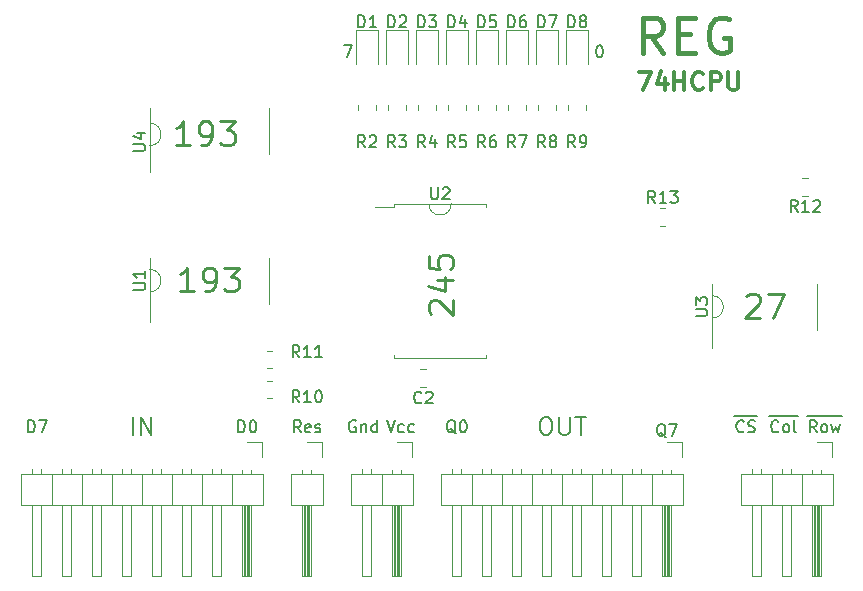
<source format=gbr>
G04 #@! TF.GenerationSoftware,KiCad,Pcbnew,(5.1.8)-1*
G04 #@! TF.CreationDate,2024-01-21T21:12:21+03:00*
G04 #@! TF.ProjectId,Reg,5265672e-6b69-4636-9164-5f7063625858,rev?*
G04 #@! TF.SameCoordinates,Original*
G04 #@! TF.FileFunction,Legend,Top*
G04 #@! TF.FilePolarity,Positive*
%FSLAX46Y46*%
G04 Gerber Fmt 4.6, Leading zero omitted, Abs format (unit mm)*
G04 Created by KiCad (PCBNEW (5.1.8)-1) date 2024-01-21 21:12:21*
%MOMM*%
%LPD*%
G01*
G04 APERTURE LIST*
%ADD10C,0.300000*%
%ADD11C,0.200000*%
%ADD12C,0.250000*%
%ADD13C,0.400000*%
%ADD14C,0.150000*%
%ADD15C,0.120000*%
G04 APERTURE END LIST*
D10*
X104299285Y-20768571D02*
X105299285Y-20768571D01*
X104656428Y-22268571D01*
X106513571Y-21268571D02*
X106513571Y-22268571D01*
X106156428Y-20697142D02*
X105799285Y-21768571D01*
X106727857Y-21768571D01*
X107299285Y-22268571D02*
X107299285Y-20768571D01*
X107299285Y-21482857D02*
X108156428Y-21482857D01*
X108156428Y-22268571D02*
X108156428Y-20768571D01*
X109727857Y-22125714D02*
X109656428Y-22197142D01*
X109442142Y-22268571D01*
X109299285Y-22268571D01*
X109085000Y-22197142D01*
X108942142Y-22054285D01*
X108870714Y-21911428D01*
X108799285Y-21625714D01*
X108799285Y-21411428D01*
X108870714Y-21125714D01*
X108942142Y-20982857D01*
X109085000Y-20840000D01*
X109299285Y-20768571D01*
X109442142Y-20768571D01*
X109656428Y-20840000D01*
X109727857Y-20911428D01*
X110370714Y-22268571D02*
X110370714Y-20768571D01*
X110942142Y-20768571D01*
X111085000Y-20840000D01*
X111156428Y-20911428D01*
X111227857Y-21054285D01*
X111227857Y-21268571D01*
X111156428Y-21411428D01*
X111085000Y-21482857D01*
X110942142Y-21554285D01*
X110370714Y-21554285D01*
X111870714Y-20768571D02*
X111870714Y-21982857D01*
X111942142Y-22125714D01*
X112013571Y-22197142D01*
X112156428Y-22268571D01*
X112442142Y-22268571D01*
X112585000Y-22197142D01*
X112656428Y-22125714D01*
X112727857Y-21982857D01*
X112727857Y-20768571D01*
D11*
X96290000Y-49978571D02*
X96575714Y-49978571D01*
X96718571Y-50050000D01*
X96861428Y-50192857D01*
X96932857Y-50478571D01*
X96932857Y-50978571D01*
X96861428Y-51264285D01*
X96718571Y-51407142D01*
X96575714Y-51478571D01*
X96290000Y-51478571D01*
X96147142Y-51407142D01*
X96004285Y-51264285D01*
X95932857Y-50978571D01*
X95932857Y-50478571D01*
X96004285Y-50192857D01*
X96147142Y-50050000D01*
X96290000Y-49978571D01*
X97575714Y-49978571D02*
X97575714Y-51192857D01*
X97647142Y-51335714D01*
X97718571Y-51407142D01*
X97861428Y-51478571D01*
X98147142Y-51478571D01*
X98290000Y-51407142D01*
X98361428Y-51335714D01*
X98432857Y-51192857D01*
X98432857Y-49978571D01*
X98932857Y-49978571D02*
X99790000Y-49978571D01*
X99361428Y-51478571D02*
X99361428Y-49978571D01*
X61444285Y-51478571D02*
X61444285Y-49978571D01*
X62158571Y-51478571D02*
X62158571Y-49978571D01*
X63015714Y-51478571D01*
X63015714Y-49978571D01*
D12*
X66294166Y-26939761D02*
X65151309Y-26939761D01*
X65722738Y-26939761D02*
X65722738Y-24939761D01*
X65532261Y-25225476D01*
X65341785Y-25415952D01*
X65151309Y-25511190D01*
X67246547Y-26939761D02*
X67627500Y-26939761D01*
X67817976Y-26844523D01*
X67913214Y-26749285D01*
X68103690Y-26463571D01*
X68198928Y-26082619D01*
X68198928Y-25320714D01*
X68103690Y-25130238D01*
X68008452Y-25035000D01*
X67817976Y-24939761D01*
X67437023Y-24939761D01*
X67246547Y-25035000D01*
X67151309Y-25130238D01*
X67056071Y-25320714D01*
X67056071Y-25796904D01*
X67151309Y-25987380D01*
X67246547Y-26082619D01*
X67437023Y-26177857D01*
X67817976Y-26177857D01*
X68008452Y-26082619D01*
X68103690Y-25987380D01*
X68198928Y-25796904D01*
X68865595Y-24939761D02*
X70103690Y-24939761D01*
X69437023Y-25701666D01*
X69722738Y-25701666D01*
X69913214Y-25796904D01*
X70008452Y-25892142D01*
X70103690Y-26082619D01*
X70103690Y-26558809D01*
X70008452Y-26749285D01*
X69913214Y-26844523D01*
X69722738Y-26939761D01*
X69151309Y-26939761D01*
X68960833Y-26844523D01*
X68865595Y-26749285D01*
X66611666Y-39322261D02*
X65468809Y-39322261D01*
X66040238Y-39322261D02*
X66040238Y-37322261D01*
X65849761Y-37607976D01*
X65659285Y-37798452D01*
X65468809Y-37893690D01*
X67564047Y-39322261D02*
X67945000Y-39322261D01*
X68135476Y-39227023D01*
X68230714Y-39131785D01*
X68421190Y-38846071D01*
X68516428Y-38465119D01*
X68516428Y-37703214D01*
X68421190Y-37512738D01*
X68325952Y-37417500D01*
X68135476Y-37322261D01*
X67754523Y-37322261D01*
X67564047Y-37417500D01*
X67468809Y-37512738D01*
X67373571Y-37703214D01*
X67373571Y-38179404D01*
X67468809Y-38369880D01*
X67564047Y-38465119D01*
X67754523Y-38560357D01*
X68135476Y-38560357D01*
X68325952Y-38465119D01*
X68421190Y-38369880D01*
X68516428Y-38179404D01*
X69183095Y-37322261D02*
X70421190Y-37322261D01*
X69754523Y-38084166D01*
X70040238Y-38084166D01*
X70230714Y-38179404D01*
X70325952Y-38274642D01*
X70421190Y-38465119D01*
X70421190Y-38941309D01*
X70325952Y-39131785D01*
X70230714Y-39227023D01*
X70040238Y-39322261D01*
X69468809Y-39322261D01*
X69278333Y-39227023D01*
X69183095Y-39131785D01*
X86725238Y-41211190D02*
X86630000Y-41115952D01*
X86534761Y-40925476D01*
X86534761Y-40449285D01*
X86630000Y-40258809D01*
X86725238Y-40163571D01*
X86915714Y-40068333D01*
X87106190Y-40068333D01*
X87391904Y-40163571D01*
X88534761Y-41306428D01*
X88534761Y-40068333D01*
X87201428Y-38354047D02*
X88534761Y-38354047D01*
X86439523Y-38830238D02*
X87868095Y-39306428D01*
X87868095Y-38068333D01*
X86534761Y-36354047D02*
X86534761Y-37306428D01*
X87487142Y-37401666D01*
X87391904Y-37306428D01*
X87296666Y-37115952D01*
X87296666Y-36639761D01*
X87391904Y-36449285D01*
X87487142Y-36354047D01*
X87677619Y-36258809D01*
X88153809Y-36258809D01*
X88344285Y-36354047D01*
X88439523Y-36449285D01*
X88534761Y-36639761D01*
X88534761Y-37115952D01*
X88439523Y-37306428D01*
X88344285Y-37401666D01*
X113411190Y-39735238D02*
X113506428Y-39640000D01*
X113696904Y-39544761D01*
X114173095Y-39544761D01*
X114363571Y-39640000D01*
X114458809Y-39735238D01*
X114554047Y-39925714D01*
X114554047Y-40116190D01*
X114458809Y-40401904D01*
X113315952Y-41544761D01*
X114554047Y-41544761D01*
X115220714Y-39544761D02*
X116554047Y-39544761D01*
X115696904Y-41544761D01*
D13*
X106338928Y-19137142D02*
X105338928Y-17708571D01*
X104624642Y-19137142D02*
X104624642Y-16137142D01*
X105767500Y-16137142D01*
X106053214Y-16280000D01*
X106196071Y-16422857D01*
X106338928Y-16708571D01*
X106338928Y-17137142D01*
X106196071Y-17422857D01*
X106053214Y-17565714D01*
X105767500Y-17708571D01*
X104624642Y-17708571D01*
X107624642Y-17565714D02*
X108624642Y-17565714D01*
X109053214Y-19137142D02*
X107624642Y-19137142D01*
X107624642Y-16137142D01*
X109053214Y-16137142D01*
X111910357Y-16280000D02*
X111624642Y-16137142D01*
X111196071Y-16137142D01*
X110767500Y-16280000D01*
X110481785Y-16565714D01*
X110338928Y-16851428D01*
X110196071Y-17422857D01*
X110196071Y-17851428D01*
X110338928Y-18422857D01*
X110481785Y-18708571D01*
X110767500Y-18994285D01*
X111196071Y-19137142D01*
X111481785Y-19137142D01*
X111910357Y-18994285D01*
X112053214Y-18851428D01*
X112053214Y-17851428D01*
X111481785Y-17851428D01*
D14*
X75676190Y-51252380D02*
X75342857Y-50776190D01*
X75104761Y-51252380D02*
X75104761Y-50252380D01*
X75485714Y-50252380D01*
X75580952Y-50300000D01*
X75628571Y-50347619D01*
X75676190Y-50442857D01*
X75676190Y-50585714D01*
X75628571Y-50680952D01*
X75580952Y-50728571D01*
X75485714Y-50776190D01*
X75104761Y-50776190D01*
X76485714Y-51204761D02*
X76390476Y-51252380D01*
X76200000Y-51252380D01*
X76104761Y-51204761D01*
X76057142Y-51109523D01*
X76057142Y-50728571D01*
X76104761Y-50633333D01*
X76200000Y-50585714D01*
X76390476Y-50585714D01*
X76485714Y-50633333D01*
X76533333Y-50728571D01*
X76533333Y-50823809D01*
X76057142Y-50919047D01*
X76914285Y-51204761D02*
X77009523Y-51252380D01*
X77200000Y-51252380D01*
X77295238Y-51204761D01*
X77342857Y-51109523D01*
X77342857Y-51061904D01*
X77295238Y-50966666D01*
X77200000Y-50919047D01*
X77057142Y-50919047D01*
X76961904Y-50871428D01*
X76914285Y-50776190D01*
X76914285Y-50728571D01*
X76961904Y-50633333D01*
X77057142Y-50585714D01*
X77200000Y-50585714D01*
X77295238Y-50633333D01*
D15*
X88420000Y-31907500D02*
G75*
G02*
X86515000Y-31907500I-952500J0D01*
G01*
X62885000Y-37465000D02*
G75*
G02*
X62885000Y-39370000I0J-952500D01*
G01*
D14*
X79359166Y-18502380D02*
X80025833Y-18502380D01*
X79597261Y-19502380D01*
X100917380Y-18502380D02*
X101012619Y-18502380D01*
X101107857Y-18550000D01*
X101155476Y-18597619D01*
X101203095Y-18692857D01*
X101250714Y-18883333D01*
X101250714Y-19121428D01*
X101203095Y-19311904D01*
X101155476Y-19407142D01*
X101107857Y-19454761D01*
X101012619Y-19502380D01*
X100917380Y-19502380D01*
X100822142Y-19454761D01*
X100774523Y-19407142D01*
X100726904Y-19311904D01*
X100679285Y-19121428D01*
X100679285Y-18883333D01*
X100726904Y-18692857D01*
X100774523Y-18597619D01*
X100822142Y-18550000D01*
X100917380Y-18502380D01*
D15*
X110500000Y-39687500D02*
G75*
G02*
X110500000Y-41592500I0J-952500D01*
G01*
X62885000Y-25082500D02*
G75*
G02*
X62885000Y-26987500I0J-952500D01*
G01*
D14*
X118538809Y-49885000D02*
X119538809Y-49885000D01*
X119348333Y-51252380D02*
X119015000Y-50776190D01*
X118776904Y-51252380D02*
X118776904Y-50252380D01*
X119157857Y-50252380D01*
X119253095Y-50300000D01*
X119300714Y-50347619D01*
X119348333Y-50442857D01*
X119348333Y-50585714D01*
X119300714Y-50680952D01*
X119253095Y-50728571D01*
X119157857Y-50776190D01*
X118776904Y-50776190D01*
X119538809Y-49885000D02*
X120443571Y-49885000D01*
X119919761Y-51252380D02*
X119824523Y-51204761D01*
X119776904Y-51157142D01*
X119729285Y-51061904D01*
X119729285Y-50776190D01*
X119776904Y-50680952D01*
X119824523Y-50633333D01*
X119919761Y-50585714D01*
X120062619Y-50585714D01*
X120157857Y-50633333D01*
X120205476Y-50680952D01*
X120253095Y-50776190D01*
X120253095Y-51061904D01*
X120205476Y-51157142D01*
X120157857Y-51204761D01*
X120062619Y-51252380D01*
X119919761Y-51252380D01*
X120443571Y-49885000D02*
X121491190Y-49885000D01*
X120586428Y-50585714D02*
X120776904Y-51252380D01*
X120967380Y-50776190D01*
X121157857Y-51252380D01*
X121348333Y-50585714D01*
X115308214Y-49885000D02*
X116308214Y-49885000D01*
X116117738Y-51157142D02*
X116070119Y-51204761D01*
X115927261Y-51252380D01*
X115832023Y-51252380D01*
X115689166Y-51204761D01*
X115593928Y-51109523D01*
X115546309Y-51014285D01*
X115498690Y-50823809D01*
X115498690Y-50680952D01*
X115546309Y-50490476D01*
X115593928Y-50395238D01*
X115689166Y-50300000D01*
X115832023Y-50252380D01*
X115927261Y-50252380D01*
X116070119Y-50300000D01*
X116117738Y-50347619D01*
X116308214Y-49885000D02*
X117212976Y-49885000D01*
X116689166Y-51252380D02*
X116593928Y-51204761D01*
X116546309Y-51157142D01*
X116498690Y-51061904D01*
X116498690Y-50776190D01*
X116546309Y-50680952D01*
X116593928Y-50633333D01*
X116689166Y-50585714D01*
X116832023Y-50585714D01*
X116927261Y-50633333D01*
X116974880Y-50680952D01*
X117022500Y-50776190D01*
X117022500Y-51061904D01*
X116974880Y-51157142D01*
X116927261Y-51204761D01*
X116832023Y-51252380D01*
X116689166Y-51252380D01*
X117212976Y-49885000D02*
X117736785Y-49885000D01*
X117593928Y-51252380D02*
X117498690Y-51204761D01*
X117451071Y-51109523D01*
X117451071Y-50252380D01*
X112371309Y-49885000D02*
X113371309Y-49885000D01*
X113180833Y-51157142D02*
X113133214Y-51204761D01*
X112990357Y-51252380D01*
X112895119Y-51252380D01*
X112752261Y-51204761D01*
X112657023Y-51109523D01*
X112609404Y-51014285D01*
X112561785Y-50823809D01*
X112561785Y-50680952D01*
X112609404Y-50490476D01*
X112657023Y-50395238D01*
X112752261Y-50300000D01*
X112895119Y-50252380D01*
X112990357Y-50252380D01*
X113133214Y-50300000D01*
X113180833Y-50347619D01*
X113371309Y-49885000D02*
X114323690Y-49885000D01*
X113561785Y-51204761D02*
X113704642Y-51252380D01*
X113942738Y-51252380D01*
X114037976Y-51204761D01*
X114085595Y-51157142D01*
X114133214Y-51061904D01*
X114133214Y-50966666D01*
X114085595Y-50871428D01*
X114037976Y-50823809D01*
X113942738Y-50776190D01*
X113752261Y-50728571D01*
X113657023Y-50680952D01*
X113609404Y-50633333D01*
X113561785Y-50538095D01*
X113561785Y-50442857D01*
X113609404Y-50347619D01*
X113657023Y-50300000D01*
X113752261Y-50252380D01*
X113990357Y-50252380D01*
X114133214Y-50300000D01*
X88804761Y-51347619D02*
X88709523Y-51300000D01*
X88614285Y-51204761D01*
X88471428Y-51061904D01*
X88376190Y-51014285D01*
X88280952Y-51014285D01*
X88328571Y-51252380D02*
X88233333Y-51204761D01*
X88138095Y-51109523D01*
X88090476Y-50919047D01*
X88090476Y-50585714D01*
X88138095Y-50395238D01*
X88233333Y-50300000D01*
X88328571Y-50252380D01*
X88519047Y-50252380D01*
X88614285Y-50300000D01*
X88709523Y-50395238D01*
X88757142Y-50585714D01*
X88757142Y-50919047D01*
X88709523Y-51109523D01*
X88614285Y-51204761D01*
X88519047Y-51252380D01*
X88328571Y-51252380D01*
X89376190Y-50252380D02*
X89471428Y-50252380D01*
X89566666Y-50300000D01*
X89614285Y-50347619D01*
X89661904Y-50442857D01*
X89709523Y-50633333D01*
X89709523Y-50871428D01*
X89661904Y-51061904D01*
X89614285Y-51157142D01*
X89566666Y-51204761D01*
X89471428Y-51252380D01*
X89376190Y-51252380D01*
X89280952Y-51204761D01*
X89233333Y-51157142D01*
X89185714Y-51061904D01*
X89138095Y-50871428D01*
X89138095Y-50633333D01*
X89185714Y-50442857D01*
X89233333Y-50347619D01*
X89280952Y-50300000D01*
X89376190Y-50252380D01*
X106584761Y-51665119D02*
X106489523Y-51617500D01*
X106394285Y-51522261D01*
X106251428Y-51379404D01*
X106156190Y-51331785D01*
X106060952Y-51331785D01*
X106108571Y-51569880D02*
X106013333Y-51522261D01*
X105918095Y-51427023D01*
X105870476Y-51236547D01*
X105870476Y-50903214D01*
X105918095Y-50712738D01*
X106013333Y-50617500D01*
X106108571Y-50569880D01*
X106299047Y-50569880D01*
X106394285Y-50617500D01*
X106489523Y-50712738D01*
X106537142Y-50903214D01*
X106537142Y-51236547D01*
X106489523Y-51427023D01*
X106394285Y-51522261D01*
X106299047Y-51569880D01*
X106108571Y-51569880D01*
X106870476Y-50569880D02*
X107537142Y-50569880D01*
X107108571Y-51569880D01*
X80319642Y-50300000D02*
X80224404Y-50252380D01*
X80081547Y-50252380D01*
X79938690Y-50300000D01*
X79843452Y-50395238D01*
X79795833Y-50490476D01*
X79748214Y-50680952D01*
X79748214Y-50823809D01*
X79795833Y-51014285D01*
X79843452Y-51109523D01*
X79938690Y-51204761D01*
X80081547Y-51252380D01*
X80176785Y-51252380D01*
X80319642Y-51204761D01*
X80367261Y-51157142D01*
X80367261Y-50823809D01*
X80176785Y-50823809D01*
X80795833Y-50585714D02*
X80795833Y-51252380D01*
X80795833Y-50680952D02*
X80843452Y-50633333D01*
X80938690Y-50585714D01*
X81081547Y-50585714D01*
X81176785Y-50633333D01*
X81224404Y-50728571D01*
X81224404Y-51252380D01*
X82129166Y-51252380D02*
X82129166Y-50252380D01*
X82129166Y-51204761D02*
X82033928Y-51252380D01*
X81843452Y-51252380D01*
X81748214Y-51204761D01*
X81700595Y-51157142D01*
X81652976Y-51061904D01*
X81652976Y-50776190D01*
X81700595Y-50680952D01*
X81748214Y-50633333D01*
X81843452Y-50585714D01*
X82033928Y-50585714D01*
X82129166Y-50633333D01*
X82947023Y-50252380D02*
X83280357Y-51252380D01*
X83613690Y-50252380D01*
X84375595Y-51204761D02*
X84280357Y-51252380D01*
X84089880Y-51252380D01*
X83994642Y-51204761D01*
X83947023Y-51157142D01*
X83899404Y-51061904D01*
X83899404Y-50776190D01*
X83947023Y-50680952D01*
X83994642Y-50633333D01*
X84089880Y-50585714D01*
X84280357Y-50585714D01*
X84375595Y-50633333D01*
X85232738Y-51204761D02*
X85137500Y-51252380D01*
X84947023Y-51252380D01*
X84851785Y-51204761D01*
X84804166Y-51157142D01*
X84756547Y-51061904D01*
X84756547Y-50776190D01*
X84804166Y-50680952D01*
X84851785Y-50633333D01*
X84947023Y-50585714D01*
X85137500Y-50585714D01*
X85232738Y-50633333D01*
X52601904Y-51252380D02*
X52601904Y-50252380D01*
X52840000Y-50252380D01*
X52982857Y-50300000D01*
X53078095Y-50395238D01*
X53125714Y-50490476D01*
X53173333Y-50680952D01*
X53173333Y-50823809D01*
X53125714Y-51014285D01*
X53078095Y-51109523D01*
X52982857Y-51204761D01*
X52840000Y-51252380D01*
X52601904Y-51252380D01*
X53506666Y-50252380D02*
X54173333Y-50252380D01*
X53744761Y-51252380D01*
X70381904Y-51252380D02*
X70381904Y-50252380D01*
X70620000Y-50252380D01*
X70762857Y-50300000D01*
X70858095Y-50395238D01*
X70905714Y-50490476D01*
X70953333Y-50680952D01*
X70953333Y-50823809D01*
X70905714Y-51014285D01*
X70858095Y-51109523D01*
X70762857Y-51204761D01*
X70620000Y-51252380D01*
X70381904Y-51252380D01*
X71572380Y-50252380D02*
X71667619Y-50252380D01*
X71762857Y-50300000D01*
X71810476Y-50347619D01*
X71858095Y-50442857D01*
X71905714Y-50633333D01*
X71905714Y-50871428D01*
X71858095Y-51061904D01*
X71810476Y-51157142D01*
X71762857Y-51204761D01*
X71667619Y-51252380D01*
X71572380Y-51252380D01*
X71477142Y-51204761D01*
X71429523Y-51157142D01*
X71381904Y-51061904D01*
X71334285Y-50871428D01*
X71334285Y-50633333D01*
X71381904Y-50442857D01*
X71429523Y-50347619D01*
X71477142Y-50300000D01*
X71572380Y-50252380D01*
D15*
X106087936Y-33755000D02*
X106542064Y-33755000D01*
X106087936Y-32285000D02*
X106542064Y-32285000D01*
X118607064Y-29745000D02*
X118152936Y-29745000D01*
X118607064Y-31215000D02*
X118152936Y-31215000D01*
X72797936Y-45820000D02*
X73252064Y-45820000D01*
X72797936Y-44350000D02*
X73252064Y-44350000D01*
X72797936Y-48360000D02*
X73252064Y-48360000D01*
X72797936Y-46890000D02*
X73252064Y-46890000D01*
X73005000Y-25717500D02*
X73005000Y-23767500D01*
X73005000Y-25717500D02*
X73005000Y-27667500D01*
X62885000Y-25717500D02*
X62885000Y-23767500D01*
X62885000Y-25717500D02*
X62885000Y-29217500D01*
X73005000Y-38417500D02*
X73005000Y-36467500D01*
X73005000Y-38417500D02*
X73005000Y-40367500D01*
X62885000Y-38417500D02*
X62885000Y-36467500D01*
X62885000Y-38417500D02*
X62885000Y-41917500D01*
X86303752Y-47407500D02*
X85781248Y-47407500D01*
X86303752Y-45937500D02*
X85781248Y-45937500D01*
X99795000Y-23992064D02*
X99795000Y-23537936D01*
X98325000Y-23992064D02*
X98325000Y-23537936D01*
X97255000Y-23992064D02*
X97255000Y-23537936D01*
X95785000Y-23992064D02*
X95785000Y-23537936D01*
X94715000Y-23992064D02*
X94715000Y-23537936D01*
X93245000Y-23992064D02*
X93245000Y-23537936D01*
X92175000Y-23992064D02*
X92175000Y-23537936D01*
X90705000Y-23992064D02*
X90705000Y-23537936D01*
X89635000Y-23992064D02*
X89635000Y-23537936D01*
X88165000Y-23992064D02*
X88165000Y-23537936D01*
X87095000Y-23992064D02*
X87095000Y-23537936D01*
X85625000Y-23992064D02*
X85625000Y-23537936D01*
X84555000Y-23992064D02*
X84555000Y-23537936D01*
X83085000Y-23992064D02*
X83085000Y-23537936D01*
X82015000Y-23992064D02*
X82015000Y-23537936D01*
X80545000Y-23992064D02*
X80545000Y-23537936D01*
X98100000Y-17190000D02*
X98100000Y-20050000D01*
X100020000Y-17190000D02*
X98100000Y-17190000D01*
X100020000Y-20050000D02*
X100020000Y-17190000D01*
X95560000Y-17190000D02*
X95560000Y-20050000D01*
X97480000Y-17190000D02*
X95560000Y-17190000D01*
X97480000Y-20050000D02*
X97480000Y-17190000D01*
X93020000Y-17190000D02*
X93020000Y-20050000D01*
X94940000Y-17190000D02*
X93020000Y-17190000D01*
X94940000Y-20050000D02*
X94940000Y-17190000D01*
X90480000Y-17190000D02*
X90480000Y-20050000D01*
X92400000Y-17190000D02*
X90480000Y-17190000D01*
X92400000Y-20050000D02*
X92400000Y-17190000D01*
X87940000Y-17190000D02*
X87940000Y-20050000D01*
X89860000Y-17190000D02*
X87940000Y-17190000D01*
X89860000Y-20050000D02*
X89860000Y-17190000D01*
X85400000Y-17190000D02*
X85400000Y-20050000D01*
X87320000Y-17190000D02*
X85400000Y-17190000D01*
X87320000Y-20050000D02*
X87320000Y-17190000D01*
X82860000Y-17190000D02*
X82860000Y-20050000D01*
X84780000Y-17190000D02*
X82860000Y-17190000D01*
X84780000Y-20050000D02*
X84780000Y-17190000D01*
X80320000Y-17190000D02*
X80320000Y-20050000D01*
X82240000Y-17190000D02*
X80320000Y-17190000D01*
X82240000Y-20050000D02*
X82240000Y-17190000D01*
X72450000Y-54780000D02*
X52010000Y-54780000D01*
X52010000Y-54780000D02*
X52010000Y-57440000D01*
X52010000Y-57440000D02*
X72450000Y-57440000D01*
X72450000Y-57440000D02*
X72450000Y-54780000D01*
X71500000Y-57440000D02*
X71500000Y-63440000D01*
X71500000Y-63440000D02*
X70740000Y-63440000D01*
X70740000Y-63440000D02*
X70740000Y-57440000D01*
X71440000Y-57440000D02*
X71440000Y-63440000D01*
X71320000Y-57440000D02*
X71320000Y-63440000D01*
X71200000Y-57440000D02*
X71200000Y-63440000D01*
X71080000Y-57440000D02*
X71080000Y-63440000D01*
X70960000Y-57440000D02*
X70960000Y-63440000D01*
X70840000Y-57440000D02*
X70840000Y-63440000D01*
X71500000Y-54450000D02*
X71500000Y-54780000D01*
X70740000Y-54450000D02*
X70740000Y-54780000D01*
X69850000Y-54780000D02*
X69850000Y-57440000D01*
X68960000Y-57440000D02*
X68960000Y-63440000D01*
X68960000Y-63440000D02*
X68200000Y-63440000D01*
X68200000Y-63440000D02*
X68200000Y-57440000D01*
X68960000Y-54382929D02*
X68960000Y-54780000D01*
X68200000Y-54382929D02*
X68200000Y-54780000D01*
X67310000Y-54780000D02*
X67310000Y-57440000D01*
X66420000Y-57440000D02*
X66420000Y-63440000D01*
X66420000Y-63440000D02*
X65660000Y-63440000D01*
X65660000Y-63440000D02*
X65660000Y-57440000D01*
X66420000Y-54382929D02*
X66420000Y-54780000D01*
X65660000Y-54382929D02*
X65660000Y-54780000D01*
X64770000Y-54780000D02*
X64770000Y-57440000D01*
X63880000Y-57440000D02*
X63880000Y-63440000D01*
X63880000Y-63440000D02*
X63120000Y-63440000D01*
X63120000Y-63440000D02*
X63120000Y-57440000D01*
X63880000Y-54382929D02*
X63880000Y-54780000D01*
X63120000Y-54382929D02*
X63120000Y-54780000D01*
X62230000Y-54780000D02*
X62230000Y-57440000D01*
X61340000Y-57440000D02*
X61340000Y-63440000D01*
X61340000Y-63440000D02*
X60580000Y-63440000D01*
X60580000Y-63440000D02*
X60580000Y-57440000D01*
X61340000Y-54382929D02*
X61340000Y-54780000D01*
X60580000Y-54382929D02*
X60580000Y-54780000D01*
X59690000Y-54780000D02*
X59690000Y-57440000D01*
X58800000Y-57440000D02*
X58800000Y-63440000D01*
X58800000Y-63440000D02*
X58040000Y-63440000D01*
X58040000Y-63440000D02*
X58040000Y-57440000D01*
X58800000Y-54382929D02*
X58800000Y-54780000D01*
X58040000Y-54382929D02*
X58040000Y-54780000D01*
X57150000Y-54780000D02*
X57150000Y-57440000D01*
X56260000Y-57440000D02*
X56260000Y-63440000D01*
X56260000Y-63440000D02*
X55500000Y-63440000D01*
X55500000Y-63440000D02*
X55500000Y-57440000D01*
X56260000Y-54382929D02*
X56260000Y-54780000D01*
X55500000Y-54382929D02*
X55500000Y-54780000D01*
X54610000Y-54780000D02*
X54610000Y-57440000D01*
X53720000Y-57440000D02*
X53720000Y-63440000D01*
X53720000Y-63440000D02*
X52960000Y-63440000D01*
X52960000Y-63440000D02*
X52960000Y-57440000D01*
X53720000Y-54382929D02*
X53720000Y-54780000D01*
X52960000Y-54382929D02*
X52960000Y-54780000D01*
X71120000Y-52070000D02*
X72390000Y-52070000D01*
X72390000Y-52070000D02*
X72390000Y-53340000D01*
X107950000Y-52070000D02*
X107950000Y-53340000D01*
X106680000Y-52070000D02*
X107950000Y-52070000D01*
X88520000Y-54382929D02*
X88520000Y-54780000D01*
X89280000Y-54382929D02*
X89280000Y-54780000D01*
X88520000Y-63440000D02*
X88520000Y-57440000D01*
X89280000Y-63440000D02*
X88520000Y-63440000D01*
X89280000Y-57440000D02*
X89280000Y-63440000D01*
X90170000Y-54780000D02*
X90170000Y-57440000D01*
X91060000Y-54382929D02*
X91060000Y-54780000D01*
X91820000Y-54382929D02*
X91820000Y-54780000D01*
X91060000Y-63440000D02*
X91060000Y-57440000D01*
X91820000Y-63440000D02*
X91060000Y-63440000D01*
X91820000Y-57440000D02*
X91820000Y-63440000D01*
X92710000Y-54780000D02*
X92710000Y-57440000D01*
X93600000Y-54382929D02*
X93600000Y-54780000D01*
X94360000Y-54382929D02*
X94360000Y-54780000D01*
X93600000Y-63440000D02*
X93600000Y-57440000D01*
X94360000Y-63440000D02*
X93600000Y-63440000D01*
X94360000Y-57440000D02*
X94360000Y-63440000D01*
X95250000Y-54780000D02*
X95250000Y-57440000D01*
X96140000Y-54382929D02*
X96140000Y-54780000D01*
X96900000Y-54382929D02*
X96900000Y-54780000D01*
X96140000Y-63440000D02*
X96140000Y-57440000D01*
X96900000Y-63440000D02*
X96140000Y-63440000D01*
X96900000Y-57440000D02*
X96900000Y-63440000D01*
X97790000Y-54780000D02*
X97790000Y-57440000D01*
X98680000Y-54382929D02*
X98680000Y-54780000D01*
X99440000Y-54382929D02*
X99440000Y-54780000D01*
X98680000Y-63440000D02*
X98680000Y-57440000D01*
X99440000Y-63440000D02*
X98680000Y-63440000D01*
X99440000Y-57440000D02*
X99440000Y-63440000D01*
X100330000Y-54780000D02*
X100330000Y-57440000D01*
X101220000Y-54382929D02*
X101220000Y-54780000D01*
X101980000Y-54382929D02*
X101980000Y-54780000D01*
X101220000Y-63440000D02*
X101220000Y-57440000D01*
X101980000Y-63440000D02*
X101220000Y-63440000D01*
X101980000Y-57440000D02*
X101980000Y-63440000D01*
X102870000Y-54780000D02*
X102870000Y-57440000D01*
X103760000Y-54382929D02*
X103760000Y-54780000D01*
X104520000Y-54382929D02*
X104520000Y-54780000D01*
X103760000Y-63440000D02*
X103760000Y-57440000D01*
X104520000Y-63440000D02*
X103760000Y-63440000D01*
X104520000Y-57440000D02*
X104520000Y-63440000D01*
X105410000Y-54780000D02*
X105410000Y-57440000D01*
X106300000Y-54450000D02*
X106300000Y-54780000D01*
X107060000Y-54450000D02*
X107060000Y-54780000D01*
X106400000Y-57440000D02*
X106400000Y-63440000D01*
X106520000Y-57440000D02*
X106520000Y-63440000D01*
X106640000Y-57440000D02*
X106640000Y-63440000D01*
X106760000Y-57440000D02*
X106760000Y-63440000D01*
X106880000Y-57440000D02*
X106880000Y-63440000D01*
X107000000Y-57440000D02*
X107000000Y-63440000D01*
X106300000Y-63440000D02*
X106300000Y-57440000D01*
X107060000Y-63440000D02*
X106300000Y-63440000D01*
X107060000Y-57440000D02*
X107060000Y-63440000D01*
X108010000Y-57440000D02*
X108010000Y-54780000D01*
X87570000Y-57440000D02*
X108010000Y-57440000D01*
X87570000Y-54780000D02*
X87570000Y-57440000D01*
X108010000Y-54780000D02*
X87570000Y-54780000D01*
X85150000Y-54780000D02*
X79950000Y-54780000D01*
X79950000Y-54780000D02*
X79950000Y-57440000D01*
X79950000Y-57440000D02*
X85150000Y-57440000D01*
X85150000Y-57440000D02*
X85150000Y-54780000D01*
X84200000Y-57440000D02*
X84200000Y-63440000D01*
X84200000Y-63440000D02*
X83440000Y-63440000D01*
X83440000Y-63440000D02*
X83440000Y-57440000D01*
X84140000Y-57440000D02*
X84140000Y-63440000D01*
X84020000Y-57440000D02*
X84020000Y-63440000D01*
X83900000Y-57440000D02*
X83900000Y-63440000D01*
X83780000Y-57440000D02*
X83780000Y-63440000D01*
X83660000Y-57440000D02*
X83660000Y-63440000D01*
X83540000Y-57440000D02*
X83540000Y-63440000D01*
X84200000Y-54450000D02*
X84200000Y-54780000D01*
X83440000Y-54450000D02*
X83440000Y-54780000D01*
X82550000Y-54780000D02*
X82550000Y-57440000D01*
X81660000Y-57440000D02*
X81660000Y-63440000D01*
X81660000Y-63440000D02*
X80900000Y-63440000D01*
X80900000Y-63440000D02*
X80900000Y-57440000D01*
X81660000Y-54382929D02*
X81660000Y-54780000D01*
X80900000Y-54382929D02*
X80900000Y-54780000D01*
X83820000Y-52070000D02*
X85090000Y-52070000D01*
X85090000Y-52070000D02*
X85090000Y-53340000D01*
X110500000Y-40640000D02*
X110500000Y-44090000D01*
X110500000Y-40640000D02*
X110500000Y-38690000D01*
X119370000Y-40640000D02*
X119370000Y-42590000D01*
X119370000Y-40640000D02*
X119370000Y-38690000D01*
X87467500Y-44927500D02*
X91327500Y-44927500D01*
X91327500Y-44927500D02*
X91327500Y-44692500D01*
X87467500Y-44927500D02*
X83607500Y-44927500D01*
X83607500Y-44927500D02*
X83607500Y-44692500D01*
X87467500Y-31907500D02*
X91327500Y-31907500D01*
X91327500Y-31907500D02*
X91327500Y-32142500D01*
X87467500Y-31907500D02*
X83607500Y-31907500D01*
X83607500Y-31907500D02*
X83607500Y-32142500D01*
X83607500Y-32142500D02*
X81917500Y-32142500D01*
X120710000Y-54780000D02*
X112970000Y-54780000D01*
X112970000Y-54780000D02*
X112970000Y-57440000D01*
X112970000Y-57440000D02*
X120710000Y-57440000D01*
X120710000Y-57440000D02*
X120710000Y-54780000D01*
X119760000Y-57440000D02*
X119760000Y-63440000D01*
X119760000Y-63440000D02*
X119000000Y-63440000D01*
X119000000Y-63440000D02*
X119000000Y-57440000D01*
X119700000Y-57440000D02*
X119700000Y-63440000D01*
X119580000Y-57440000D02*
X119580000Y-63440000D01*
X119460000Y-57440000D02*
X119460000Y-63440000D01*
X119340000Y-57440000D02*
X119340000Y-63440000D01*
X119220000Y-57440000D02*
X119220000Y-63440000D01*
X119100000Y-57440000D02*
X119100000Y-63440000D01*
X119760000Y-54450000D02*
X119760000Y-54780000D01*
X119000000Y-54450000D02*
X119000000Y-54780000D01*
X118110000Y-54780000D02*
X118110000Y-57440000D01*
X117220000Y-57440000D02*
X117220000Y-63440000D01*
X117220000Y-63440000D02*
X116460000Y-63440000D01*
X116460000Y-63440000D02*
X116460000Y-57440000D01*
X117220000Y-54382929D02*
X117220000Y-54780000D01*
X116460000Y-54382929D02*
X116460000Y-54780000D01*
X115570000Y-54780000D02*
X115570000Y-57440000D01*
X114680000Y-57440000D02*
X114680000Y-63440000D01*
X114680000Y-63440000D02*
X113920000Y-63440000D01*
X113920000Y-63440000D02*
X113920000Y-57440000D01*
X114680000Y-54382929D02*
X114680000Y-54780000D01*
X113920000Y-54382929D02*
X113920000Y-54780000D01*
X119380000Y-52070000D02*
X120650000Y-52070000D01*
X120650000Y-52070000D02*
X120650000Y-53340000D01*
X77530000Y-54780000D02*
X74870000Y-54780000D01*
X74870000Y-54780000D02*
X74870000Y-57440000D01*
X74870000Y-57440000D02*
X77530000Y-57440000D01*
X77530000Y-57440000D02*
X77530000Y-54780000D01*
X76580000Y-57440000D02*
X76580000Y-63440000D01*
X76580000Y-63440000D02*
X75820000Y-63440000D01*
X75820000Y-63440000D02*
X75820000Y-57440000D01*
X76520000Y-57440000D02*
X76520000Y-63440000D01*
X76400000Y-57440000D02*
X76400000Y-63440000D01*
X76280000Y-57440000D02*
X76280000Y-63440000D01*
X76160000Y-57440000D02*
X76160000Y-63440000D01*
X76040000Y-57440000D02*
X76040000Y-63440000D01*
X75920000Y-57440000D02*
X75920000Y-63440000D01*
X76580000Y-54450000D02*
X76580000Y-54780000D01*
X75820000Y-54450000D02*
X75820000Y-54780000D01*
X76200000Y-52070000D02*
X77470000Y-52070000D01*
X77470000Y-52070000D02*
X77470000Y-53340000D01*
D14*
X105672142Y-31822380D02*
X105338809Y-31346190D01*
X105100714Y-31822380D02*
X105100714Y-30822380D01*
X105481666Y-30822380D01*
X105576904Y-30870000D01*
X105624523Y-30917619D01*
X105672142Y-31012857D01*
X105672142Y-31155714D01*
X105624523Y-31250952D01*
X105576904Y-31298571D01*
X105481666Y-31346190D01*
X105100714Y-31346190D01*
X106624523Y-31822380D02*
X106053095Y-31822380D01*
X106338809Y-31822380D02*
X106338809Y-30822380D01*
X106243571Y-30965238D01*
X106148333Y-31060476D01*
X106053095Y-31108095D01*
X106957857Y-30822380D02*
X107576904Y-30822380D01*
X107243571Y-31203333D01*
X107386428Y-31203333D01*
X107481666Y-31250952D01*
X107529285Y-31298571D01*
X107576904Y-31393809D01*
X107576904Y-31631904D01*
X107529285Y-31727142D01*
X107481666Y-31774761D01*
X107386428Y-31822380D01*
X107100714Y-31822380D01*
X107005476Y-31774761D01*
X106957857Y-31727142D01*
X117737142Y-32582380D02*
X117403809Y-32106190D01*
X117165714Y-32582380D02*
X117165714Y-31582380D01*
X117546666Y-31582380D01*
X117641904Y-31630000D01*
X117689523Y-31677619D01*
X117737142Y-31772857D01*
X117737142Y-31915714D01*
X117689523Y-32010952D01*
X117641904Y-32058571D01*
X117546666Y-32106190D01*
X117165714Y-32106190D01*
X118689523Y-32582380D02*
X118118095Y-32582380D01*
X118403809Y-32582380D02*
X118403809Y-31582380D01*
X118308571Y-31725238D01*
X118213333Y-31820476D01*
X118118095Y-31868095D01*
X119070476Y-31677619D02*
X119118095Y-31630000D01*
X119213333Y-31582380D01*
X119451428Y-31582380D01*
X119546666Y-31630000D01*
X119594285Y-31677619D01*
X119641904Y-31772857D01*
X119641904Y-31868095D01*
X119594285Y-32010952D01*
X119022857Y-32582380D01*
X119641904Y-32582380D01*
X75557142Y-44902380D02*
X75223809Y-44426190D01*
X74985714Y-44902380D02*
X74985714Y-43902380D01*
X75366666Y-43902380D01*
X75461904Y-43950000D01*
X75509523Y-43997619D01*
X75557142Y-44092857D01*
X75557142Y-44235714D01*
X75509523Y-44330952D01*
X75461904Y-44378571D01*
X75366666Y-44426190D01*
X74985714Y-44426190D01*
X76509523Y-44902380D02*
X75938095Y-44902380D01*
X76223809Y-44902380D02*
X76223809Y-43902380D01*
X76128571Y-44045238D01*
X76033333Y-44140476D01*
X75938095Y-44188095D01*
X77461904Y-44902380D02*
X76890476Y-44902380D01*
X77176190Y-44902380D02*
X77176190Y-43902380D01*
X77080952Y-44045238D01*
X76985714Y-44140476D01*
X76890476Y-44188095D01*
X75557142Y-48712380D02*
X75223809Y-48236190D01*
X74985714Y-48712380D02*
X74985714Y-47712380D01*
X75366666Y-47712380D01*
X75461904Y-47760000D01*
X75509523Y-47807619D01*
X75557142Y-47902857D01*
X75557142Y-48045714D01*
X75509523Y-48140952D01*
X75461904Y-48188571D01*
X75366666Y-48236190D01*
X74985714Y-48236190D01*
X76509523Y-48712380D02*
X75938095Y-48712380D01*
X76223809Y-48712380D02*
X76223809Y-47712380D01*
X76128571Y-47855238D01*
X76033333Y-47950476D01*
X75938095Y-47998095D01*
X77128571Y-47712380D02*
X77223809Y-47712380D01*
X77319047Y-47760000D01*
X77366666Y-47807619D01*
X77414285Y-47902857D01*
X77461904Y-48093333D01*
X77461904Y-48331428D01*
X77414285Y-48521904D01*
X77366666Y-48617142D01*
X77319047Y-48664761D01*
X77223809Y-48712380D01*
X77128571Y-48712380D01*
X77033333Y-48664761D01*
X76985714Y-48617142D01*
X76938095Y-48521904D01*
X76890476Y-48331428D01*
X76890476Y-48093333D01*
X76938095Y-47902857D01*
X76985714Y-47807619D01*
X77033333Y-47760000D01*
X77128571Y-47712380D01*
X61497380Y-27431904D02*
X62306904Y-27431904D01*
X62402142Y-27384285D01*
X62449761Y-27336666D01*
X62497380Y-27241428D01*
X62497380Y-27050952D01*
X62449761Y-26955714D01*
X62402142Y-26908095D01*
X62306904Y-26860476D01*
X61497380Y-26860476D01*
X61830714Y-25955714D02*
X62497380Y-25955714D01*
X61449761Y-26193809D02*
X62164047Y-26431904D01*
X62164047Y-25812857D01*
X61497380Y-39179404D02*
X62306904Y-39179404D01*
X62402142Y-39131785D01*
X62449761Y-39084166D01*
X62497380Y-38988928D01*
X62497380Y-38798452D01*
X62449761Y-38703214D01*
X62402142Y-38655595D01*
X62306904Y-38607976D01*
X61497380Y-38607976D01*
X62497380Y-37607976D02*
X62497380Y-38179404D01*
X62497380Y-37893690D02*
X61497380Y-37893690D01*
X61640238Y-37988928D01*
X61735476Y-38084166D01*
X61783095Y-38179404D01*
X85875833Y-48709642D02*
X85828214Y-48757261D01*
X85685357Y-48804880D01*
X85590119Y-48804880D01*
X85447261Y-48757261D01*
X85352023Y-48662023D01*
X85304404Y-48566785D01*
X85256785Y-48376309D01*
X85256785Y-48233452D01*
X85304404Y-48042976D01*
X85352023Y-47947738D01*
X85447261Y-47852500D01*
X85590119Y-47804880D01*
X85685357Y-47804880D01*
X85828214Y-47852500D01*
X85875833Y-47900119D01*
X86256785Y-47900119D02*
X86304404Y-47852500D01*
X86399642Y-47804880D01*
X86637738Y-47804880D01*
X86732976Y-47852500D01*
X86780595Y-47900119D01*
X86828214Y-47995357D01*
X86828214Y-48090595D01*
X86780595Y-48233452D01*
X86209166Y-48804880D01*
X86828214Y-48804880D01*
X98893333Y-27122380D02*
X98560000Y-26646190D01*
X98321904Y-27122380D02*
X98321904Y-26122380D01*
X98702857Y-26122380D01*
X98798095Y-26170000D01*
X98845714Y-26217619D01*
X98893333Y-26312857D01*
X98893333Y-26455714D01*
X98845714Y-26550952D01*
X98798095Y-26598571D01*
X98702857Y-26646190D01*
X98321904Y-26646190D01*
X99369523Y-27122380D02*
X99560000Y-27122380D01*
X99655238Y-27074761D01*
X99702857Y-27027142D01*
X99798095Y-26884285D01*
X99845714Y-26693809D01*
X99845714Y-26312857D01*
X99798095Y-26217619D01*
X99750476Y-26170000D01*
X99655238Y-26122380D01*
X99464761Y-26122380D01*
X99369523Y-26170000D01*
X99321904Y-26217619D01*
X99274285Y-26312857D01*
X99274285Y-26550952D01*
X99321904Y-26646190D01*
X99369523Y-26693809D01*
X99464761Y-26741428D01*
X99655238Y-26741428D01*
X99750476Y-26693809D01*
X99798095Y-26646190D01*
X99845714Y-26550952D01*
X96353333Y-27122380D02*
X96020000Y-26646190D01*
X95781904Y-27122380D02*
X95781904Y-26122380D01*
X96162857Y-26122380D01*
X96258095Y-26170000D01*
X96305714Y-26217619D01*
X96353333Y-26312857D01*
X96353333Y-26455714D01*
X96305714Y-26550952D01*
X96258095Y-26598571D01*
X96162857Y-26646190D01*
X95781904Y-26646190D01*
X96924761Y-26550952D02*
X96829523Y-26503333D01*
X96781904Y-26455714D01*
X96734285Y-26360476D01*
X96734285Y-26312857D01*
X96781904Y-26217619D01*
X96829523Y-26170000D01*
X96924761Y-26122380D01*
X97115238Y-26122380D01*
X97210476Y-26170000D01*
X97258095Y-26217619D01*
X97305714Y-26312857D01*
X97305714Y-26360476D01*
X97258095Y-26455714D01*
X97210476Y-26503333D01*
X97115238Y-26550952D01*
X96924761Y-26550952D01*
X96829523Y-26598571D01*
X96781904Y-26646190D01*
X96734285Y-26741428D01*
X96734285Y-26931904D01*
X96781904Y-27027142D01*
X96829523Y-27074761D01*
X96924761Y-27122380D01*
X97115238Y-27122380D01*
X97210476Y-27074761D01*
X97258095Y-27027142D01*
X97305714Y-26931904D01*
X97305714Y-26741428D01*
X97258095Y-26646190D01*
X97210476Y-26598571D01*
X97115238Y-26550952D01*
X93813333Y-27122380D02*
X93480000Y-26646190D01*
X93241904Y-27122380D02*
X93241904Y-26122380D01*
X93622857Y-26122380D01*
X93718095Y-26170000D01*
X93765714Y-26217619D01*
X93813333Y-26312857D01*
X93813333Y-26455714D01*
X93765714Y-26550952D01*
X93718095Y-26598571D01*
X93622857Y-26646190D01*
X93241904Y-26646190D01*
X94146666Y-26122380D02*
X94813333Y-26122380D01*
X94384761Y-27122380D01*
X91273333Y-27122380D02*
X90940000Y-26646190D01*
X90701904Y-27122380D02*
X90701904Y-26122380D01*
X91082857Y-26122380D01*
X91178095Y-26170000D01*
X91225714Y-26217619D01*
X91273333Y-26312857D01*
X91273333Y-26455714D01*
X91225714Y-26550952D01*
X91178095Y-26598571D01*
X91082857Y-26646190D01*
X90701904Y-26646190D01*
X92130476Y-26122380D02*
X91940000Y-26122380D01*
X91844761Y-26170000D01*
X91797142Y-26217619D01*
X91701904Y-26360476D01*
X91654285Y-26550952D01*
X91654285Y-26931904D01*
X91701904Y-27027142D01*
X91749523Y-27074761D01*
X91844761Y-27122380D01*
X92035238Y-27122380D01*
X92130476Y-27074761D01*
X92178095Y-27027142D01*
X92225714Y-26931904D01*
X92225714Y-26693809D01*
X92178095Y-26598571D01*
X92130476Y-26550952D01*
X92035238Y-26503333D01*
X91844761Y-26503333D01*
X91749523Y-26550952D01*
X91701904Y-26598571D01*
X91654285Y-26693809D01*
X88733333Y-27122380D02*
X88400000Y-26646190D01*
X88161904Y-27122380D02*
X88161904Y-26122380D01*
X88542857Y-26122380D01*
X88638095Y-26170000D01*
X88685714Y-26217619D01*
X88733333Y-26312857D01*
X88733333Y-26455714D01*
X88685714Y-26550952D01*
X88638095Y-26598571D01*
X88542857Y-26646190D01*
X88161904Y-26646190D01*
X89638095Y-26122380D02*
X89161904Y-26122380D01*
X89114285Y-26598571D01*
X89161904Y-26550952D01*
X89257142Y-26503333D01*
X89495238Y-26503333D01*
X89590476Y-26550952D01*
X89638095Y-26598571D01*
X89685714Y-26693809D01*
X89685714Y-26931904D01*
X89638095Y-27027142D01*
X89590476Y-27074761D01*
X89495238Y-27122380D01*
X89257142Y-27122380D01*
X89161904Y-27074761D01*
X89114285Y-27027142D01*
X86193333Y-27122380D02*
X85860000Y-26646190D01*
X85621904Y-27122380D02*
X85621904Y-26122380D01*
X86002857Y-26122380D01*
X86098095Y-26170000D01*
X86145714Y-26217619D01*
X86193333Y-26312857D01*
X86193333Y-26455714D01*
X86145714Y-26550952D01*
X86098095Y-26598571D01*
X86002857Y-26646190D01*
X85621904Y-26646190D01*
X87050476Y-26455714D02*
X87050476Y-27122380D01*
X86812380Y-26074761D02*
X86574285Y-26789047D01*
X87193333Y-26789047D01*
X83653333Y-27122380D02*
X83320000Y-26646190D01*
X83081904Y-27122380D02*
X83081904Y-26122380D01*
X83462857Y-26122380D01*
X83558095Y-26170000D01*
X83605714Y-26217619D01*
X83653333Y-26312857D01*
X83653333Y-26455714D01*
X83605714Y-26550952D01*
X83558095Y-26598571D01*
X83462857Y-26646190D01*
X83081904Y-26646190D01*
X83986666Y-26122380D02*
X84605714Y-26122380D01*
X84272380Y-26503333D01*
X84415238Y-26503333D01*
X84510476Y-26550952D01*
X84558095Y-26598571D01*
X84605714Y-26693809D01*
X84605714Y-26931904D01*
X84558095Y-27027142D01*
X84510476Y-27074761D01*
X84415238Y-27122380D01*
X84129523Y-27122380D01*
X84034285Y-27074761D01*
X83986666Y-27027142D01*
X81113333Y-27122380D02*
X80780000Y-26646190D01*
X80541904Y-27122380D02*
X80541904Y-26122380D01*
X80922857Y-26122380D01*
X81018095Y-26170000D01*
X81065714Y-26217619D01*
X81113333Y-26312857D01*
X81113333Y-26455714D01*
X81065714Y-26550952D01*
X81018095Y-26598571D01*
X80922857Y-26646190D01*
X80541904Y-26646190D01*
X81494285Y-26217619D02*
X81541904Y-26170000D01*
X81637142Y-26122380D01*
X81875238Y-26122380D01*
X81970476Y-26170000D01*
X82018095Y-26217619D01*
X82065714Y-26312857D01*
X82065714Y-26408095D01*
X82018095Y-26550952D01*
X81446666Y-27122380D01*
X82065714Y-27122380D01*
X98321904Y-16962380D02*
X98321904Y-15962380D01*
X98560000Y-15962380D01*
X98702857Y-16010000D01*
X98798095Y-16105238D01*
X98845714Y-16200476D01*
X98893333Y-16390952D01*
X98893333Y-16533809D01*
X98845714Y-16724285D01*
X98798095Y-16819523D01*
X98702857Y-16914761D01*
X98560000Y-16962380D01*
X98321904Y-16962380D01*
X99464761Y-16390952D02*
X99369523Y-16343333D01*
X99321904Y-16295714D01*
X99274285Y-16200476D01*
X99274285Y-16152857D01*
X99321904Y-16057619D01*
X99369523Y-16010000D01*
X99464761Y-15962380D01*
X99655238Y-15962380D01*
X99750476Y-16010000D01*
X99798095Y-16057619D01*
X99845714Y-16152857D01*
X99845714Y-16200476D01*
X99798095Y-16295714D01*
X99750476Y-16343333D01*
X99655238Y-16390952D01*
X99464761Y-16390952D01*
X99369523Y-16438571D01*
X99321904Y-16486190D01*
X99274285Y-16581428D01*
X99274285Y-16771904D01*
X99321904Y-16867142D01*
X99369523Y-16914761D01*
X99464761Y-16962380D01*
X99655238Y-16962380D01*
X99750476Y-16914761D01*
X99798095Y-16867142D01*
X99845714Y-16771904D01*
X99845714Y-16581428D01*
X99798095Y-16486190D01*
X99750476Y-16438571D01*
X99655238Y-16390952D01*
X95781904Y-16962380D02*
X95781904Y-15962380D01*
X96020000Y-15962380D01*
X96162857Y-16010000D01*
X96258095Y-16105238D01*
X96305714Y-16200476D01*
X96353333Y-16390952D01*
X96353333Y-16533809D01*
X96305714Y-16724285D01*
X96258095Y-16819523D01*
X96162857Y-16914761D01*
X96020000Y-16962380D01*
X95781904Y-16962380D01*
X96686666Y-15962380D02*
X97353333Y-15962380D01*
X96924761Y-16962380D01*
X93241904Y-16962380D02*
X93241904Y-15962380D01*
X93480000Y-15962380D01*
X93622857Y-16010000D01*
X93718095Y-16105238D01*
X93765714Y-16200476D01*
X93813333Y-16390952D01*
X93813333Y-16533809D01*
X93765714Y-16724285D01*
X93718095Y-16819523D01*
X93622857Y-16914761D01*
X93480000Y-16962380D01*
X93241904Y-16962380D01*
X94670476Y-15962380D02*
X94480000Y-15962380D01*
X94384761Y-16010000D01*
X94337142Y-16057619D01*
X94241904Y-16200476D01*
X94194285Y-16390952D01*
X94194285Y-16771904D01*
X94241904Y-16867142D01*
X94289523Y-16914761D01*
X94384761Y-16962380D01*
X94575238Y-16962380D01*
X94670476Y-16914761D01*
X94718095Y-16867142D01*
X94765714Y-16771904D01*
X94765714Y-16533809D01*
X94718095Y-16438571D01*
X94670476Y-16390952D01*
X94575238Y-16343333D01*
X94384761Y-16343333D01*
X94289523Y-16390952D01*
X94241904Y-16438571D01*
X94194285Y-16533809D01*
X90701904Y-16962380D02*
X90701904Y-15962380D01*
X90940000Y-15962380D01*
X91082857Y-16010000D01*
X91178095Y-16105238D01*
X91225714Y-16200476D01*
X91273333Y-16390952D01*
X91273333Y-16533809D01*
X91225714Y-16724285D01*
X91178095Y-16819523D01*
X91082857Y-16914761D01*
X90940000Y-16962380D01*
X90701904Y-16962380D01*
X92178095Y-15962380D02*
X91701904Y-15962380D01*
X91654285Y-16438571D01*
X91701904Y-16390952D01*
X91797142Y-16343333D01*
X92035238Y-16343333D01*
X92130476Y-16390952D01*
X92178095Y-16438571D01*
X92225714Y-16533809D01*
X92225714Y-16771904D01*
X92178095Y-16867142D01*
X92130476Y-16914761D01*
X92035238Y-16962380D01*
X91797142Y-16962380D01*
X91701904Y-16914761D01*
X91654285Y-16867142D01*
X88161904Y-16962380D02*
X88161904Y-15962380D01*
X88400000Y-15962380D01*
X88542857Y-16010000D01*
X88638095Y-16105238D01*
X88685714Y-16200476D01*
X88733333Y-16390952D01*
X88733333Y-16533809D01*
X88685714Y-16724285D01*
X88638095Y-16819523D01*
X88542857Y-16914761D01*
X88400000Y-16962380D01*
X88161904Y-16962380D01*
X89590476Y-16295714D02*
X89590476Y-16962380D01*
X89352380Y-15914761D02*
X89114285Y-16629047D01*
X89733333Y-16629047D01*
X85621904Y-16962380D02*
X85621904Y-15962380D01*
X85860000Y-15962380D01*
X86002857Y-16010000D01*
X86098095Y-16105238D01*
X86145714Y-16200476D01*
X86193333Y-16390952D01*
X86193333Y-16533809D01*
X86145714Y-16724285D01*
X86098095Y-16819523D01*
X86002857Y-16914761D01*
X85860000Y-16962380D01*
X85621904Y-16962380D01*
X86526666Y-15962380D02*
X87145714Y-15962380D01*
X86812380Y-16343333D01*
X86955238Y-16343333D01*
X87050476Y-16390952D01*
X87098095Y-16438571D01*
X87145714Y-16533809D01*
X87145714Y-16771904D01*
X87098095Y-16867142D01*
X87050476Y-16914761D01*
X86955238Y-16962380D01*
X86669523Y-16962380D01*
X86574285Y-16914761D01*
X86526666Y-16867142D01*
X83081904Y-16962380D02*
X83081904Y-15962380D01*
X83320000Y-15962380D01*
X83462857Y-16010000D01*
X83558095Y-16105238D01*
X83605714Y-16200476D01*
X83653333Y-16390952D01*
X83653333Y-16533809D01*
X83605714Y-16724285D01*
X83558095Y-16819523D01*
X83462857Y-16914761D01*
X83320000Y-16962380D01*
X83081904Y-16962380D01*
X84034285Y-16057619D02*
X84081904Y-16010000D01*
X84177142Y-15962380D01*
X84415238Y-15962380D01*
X84510476Y-16010000D01*
X84558095Y-16057619D01*
X84605714Y-16152857D01*
X84605714Y-16248095D01*
X84558095Y-16390952D01*
X83986666Y-16962380D01*
X84605714Y-16962380D01*
X80541904Y-16962380D02*
X80541904Y-15962380D01*
X80780000Y-15962380D01*
X80922857Y-16010000D01*
X81018095Y-16105238D01*
X81065714Y-16200476D01*
X81113333Y-16390952D01*
X81113333Y-16533809D01*
X81065714Y-16724285D01*
X81018095Y-16819523D01*
X80922857Y-16914761D01*
X80780000Y-16962380D01*
X80541904Y-16962380D01*
X82065714Y-16962380D02*
X81494285Y-16962380D01*
X81780000Y-16962380D02*
X81780000Y-15962380D01*
X81684761Y-16105238D01*
X81589523Y-16200476D01*
X81494285Y-16248095D01*
X109107380Y-41401904D02*
X109916904Y-41401904D01*
X110012142Y-41354285D01*
X110059761Y-41306666D01*
X110107380Y-41211428D01*
X110107380Y-41020952D01*
X110059761Y-40925714D01*
X110012142Y-40878095D01*
X109916904Y-40830476D01*
X109107380Y-40830476D01*
X109107380Y-40449523D02*
X109107380Y-39830476D01*
X109488333Y-40163809D01*
X109488333Y-40020952D01*
X109535952Y-39925714D01*
X109583571Y-39878095D01*
X109678809Y-39830476D01*
X109916904Y-39830476D01*
X110012142Y-39878095D01*
X110059761Y-39925714D01*
X110107380Y-40020952D01*
X110107380Y-40306666D01*
X110059761Y-40401904D01*
X110012142Y-40449523D01*
X86705595Y-30519880D02*
X86705595Y-31329404D01*
X86753214Y-31424642D01*
X86800833Y-31472261D01*
X86896071Y-31519880D01*
X87086547Y-31519880D01*
X87181785Y-31472261D01*
X87229404Y-31424642D01*
X87277023Y-31329404D01*
X87277023Y-30519880D01*
X87705595Y-30615119D02*
X87753214Y-30567500D01*
X87848452Y-30519880D01*
X88086547Y-30519880D01*
X88181785Y-30567500D01*
X88229404Y-30615119D01*
X88277023Y-30710357D01*
X88277023Y-30805595D01*
X88229404Y-30948452D01*
X87657976Y-31519880D01*
X88277023Y-31519880D01*
M02*

</source>
